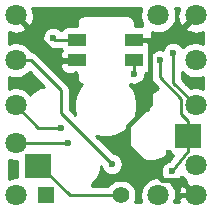
<source format=gbl>
G04 #@! TF.GenerationSoftware,KiCad,Pcbnew,5.1.6-c6e7f7d~87~ubuntu20.04.1*
G04 #@! TF.CreationDate,2020-09-28T10:34:55-03:00*
G04 #@! TF.ProjectId,altana_original,616c7461-6e61-45f6-9f72-6967696e616c,rev?*
G04 #@! TF.SameCoordinates,Original*
G04 #@! TF.FileFunction,Copper,L2,Bot*
G04 #@! TF.FilePolarity,Positive*
%FSLAX46Y46*%
G04 Gerber Fmt 4.6, Leading zero omitted, Abs format (unit mm)*
G04 Created by KiCad (PCBNEW 5.1.6-c6e7f7d~87~ubuntu20.04.1) date 2020-09-28 10:34:55*
%MOMM*%
%LPD*%
G01*
G04 APERTURE LIST*
G04 #@! TA.AperFunction,SMDPad,CuDef*
%ADD10R,2.300000X2.000000*%
G04 #@! TD*
G04 #@! TA.AperFunction,ComponentPad*
%ADD11C,1.800000*%
G04 #@! TD*
G04 #@! TA.AperFunction,ComponentPad*
%ADD12R,1.400000X1.400000*%
G04 #@! TD*
G04 #@! TA.AperFunction,ComponentPad*
%ADD13C,1.400000*%
G04 #@! TD*
G04 #@! TA.AperFunction,SMDPad,CuDef*
%ADD14R,1.600000X1.000000*%
G04 #@! TD*
G04 #@! TA.AperFunction,ViaPad*
%ADD15C,0.600000*%
G04 #@! TD*
G04 #@! TA.AperFunction,Conductor*
%ADD16C,0.250000*%
G04 #@! TD*
G04 #@! TA.AperFunction,Conductor*
%ADD17C,0.400000*%
G04 #@! TD*
G04 #@! TA.AperFunction,Conductor*
%ADD18C,0.254000*%
G04 #@! TD*
G04 APERTURE END LIST*
D10*
X68722000Y-40807000D03*
X81422000Y-38267000D03*
D11*
X78867000Y-43307000D03*
X78867000Y-28067000D03*
D12*
X69342000Y-43307000D03*
D13*
X75692000Y-43307000D03*
D14*
X72022000Y-30127000D03*
X72022000Y-31877000D03*
X76822000Y-31877000D03*
X76822000Y-30127000D03*
D11*
X66802000Y-38862000D03*
X66802000Y-31877000D03*
X82042000Y-40767000D03*
X82042000Y-31877000D03*
X82042000Y-35687000D03*
X66802000Y-35687000D03*
X82042000Y-28067000D03*
X82042000Y-43307000D03*
X66802000Y-43307000D03*
X66802000Y-28067000D03*
D15*
X70612000Y-37592000D03*
X80137000Y-31242000D03*
X69977000Y-29972000D03*
X74939999Y-40649999D03*
X76822000Y-33007000D03*
X71247000Y-38862000D03*
X76962000Y-42037000D03*
X82042000Y-29972000D03*
X79756000Y-39751000D03*
X78151999Y-30207001D03*
X81407000Y-33782000D03*
X78151999Y-33782000D03*
X75692000Y-39497000D03*
X78994000Y-31877000D03*
X80010000Y-41275000D03*
X70612000Y-31877000D03*
X68707000Y-33782000D03*
X66802000Y-41402000D03*
D16*
X66802000Y-35687000D02*
X68707000Y-37592000D01*
X68707000Y-37592000D02*
X70612000Y-37592000D01*
X70612000Y-37592000D02*
X70612000Y-37592000D01*
X82042000Y-35687000D02*
X80137000Y-33782000D01*
X80137000Y-33782000D02*
X80137000Y-31242000D01*
X80137000Y-31242000D02*
X80137000Y-31242000D01*
X74702051Y-43307000D02*
X75692000Y-43307000D01*
X71372000Y-43307000D02*
X74702051Y-43307000D01*
X68872000Y-40807000D02*
X71372000Y-43307000D01*
X68722000Y-40807000D02*
X68872000Y-40807000D01*
X70132000Y-30127000D02*
X69977000Y-29972000D01*
X72022000Y-30127000D02*
X70132000Y-30127000D01*
X68074792Y-31877000D02*
X66802000Y-31877000D01*
X70617001Y-34419209D02*
X68074792Y-31877000D01*
X70617001Y-36327001D02*
X70617001Y-34419209D01*
X74939999Y-40649999D02*
X74939999Y-40649999D01*
X74939999Y-40649999D02*
X70617001Y-36327001D01*
X76822000Y-31877000D02*
X76822000Y-33007000D01*
X76822000Y-33007000D02*
X76822000Y-33007000D01*
X66802000Y-38862000D02*
X71247000Y-38862000D01*
D17*
X79982000Y-30127000D02*
X82042000Y-28067000D01*
X77122000Y-30127000D02*
X76822000Y-30127000D01*
X76327000Y-37408002D02*
X78151999Y-35583003D01*
X76327000Y-39134002D02*
X76327000Y-37408002D01*
X79199997Y-42006999D02*
X76327000Y-39134002D01*
X80741999Y-42006999D02*
X79199997Y-42006999D01*
X82042000Y-43307000D02*
X80741999Y-42006999D01*
X78151999Y-30207001D02*
X78151999Y-30207001D01*
X78151999Y-35583003D02*
X78151999Y-33782000D01*
X76822000Y-30127000D02*
X78232000Y-30127000D01*
X78232000Y-30127000D02*
X79982000Y-30127000D01*
X80769208Y-43307000D02*
X80296990Y-43779218D01*
X82042000Y-43307000D02*
X80769208Y-43307000D01*
X78151999Y-33782000D02*
X78151999Y-30207001D01*
X78151999Y-30207001D02*
X78232000Y-30127000D01*
D16*
X81422000Y-37017000D02*
X81422000Y-38267000D01*
X80816999Y-36411999D02*
X81422000Y-37017000D01*
X80816999Y-35114997D02*
X80816999Y-36411999D01*
X78994000Y-33291998D02*
X80816999Y-35114997D01*
X78994000Y-32385000D02*
X78994000Y-33291998D01*
X81422000Y-39517000D02*
X80010000Y-41275000D01*
X81422000Y-38267000D02*
X81422000Y-39517000D01*
X78994000Y-32385000D02*
X78994000Y-31877000D01*
D17*
X70612000Y-31877000D02*
X70612000Y-31877000D01*
X72022000Y-31877000D02*
X70612000Y-31877000D01*
X70612000Y-31877000D02*
X66802000Y-28067000D01*
X66802000Y-43307000D02*
X66874120Y-43307000D01*
D18*
G36*
X66995748Y-43292858D02*
G01*
X66981605Y-43307000D01*
X66995748Y-43321143D01*
X66816143Y-43500748D01*
X66802000Y-43486605D01*
X66787858Y-43500748D01*
X66608253Y-43321143D01*
X66622395Y-43307000D01*
X66608253Y-43292858D01*
X66787858Y-43113253D01*
X66802000Y-43127395D01*
X66816143Y-43113253D01*
X66995748Y-43292858D01*
G37*
X66995748Y-43292858D02*
X66981605Y-43307000D01*
X66995748Y-43321143D01*
X66816143Y-43500748D01*
X66802000Y-43486605D01*
X66787858Y-43500748D01*
X66608253Y-43321143D01*
X66622395Y-43307000D01*
X66608253Y-43292858D01*
X66787858Y-43113253D01*
X66802000Y-43127395D01*
X66816143Y-43113253D01*
X66995748Y-43292858D01*
G36*
X66354257Y-40338011D02*
G01*
X66650816Y-40397000D01*
X66933928Y-40397000D01*
X66933928Y-41776939D01*
X66735447Y-41766009D01*
X66436093Y-41808603D01*
X66217000Y-41885533D01*
X66217000Y-40281157D01*
X66354257Y-40338011D01*
G37*
X66354257Y-40338011D02*
X66650816Y-40397000D01*
X66933928Y-40397000D01*
X66933928Y-41776939D01*
X66735447Y-41766009D01*
X66436093Y-41808603D01*
X66217000Y-41885533D01*
X66217000Y-40281157D01*
X66354257Y-40338011D01*
G36*
X77390989Y-27619257D02*
G01*
X77332000Y-27915816D01*
X77332000Y-28218184D01*
X77390989Y-28514743D01*
X77470000Y-28705491D01*
X77470000Y-28988928D01*
X76882000Y-28988928D01*
X76882000Y-28786877D01*
X76885435Y-28752000D01*
X76871727Y-28612816D01*
X76831128Y-28478980D01*
X76765200Y-28355637D01*
X76676475Y-28247525D01*
X76568363Y-28158800D01*
X76445020Y-28092872D01*
X76311184Y-28052273D01*
X76206877Y-28042000D01*
X76172000Y-28038565D01*
X76137123Y-28042000D01*
X72706877Y-28042000D01*
X72672000Y-28038565D01*
X72637123Y-28042000D01*
X72532816Y-28052273D01*
X72398980Y-28092872D01*
X72275637Y-28158800D01*
X72167525Y-28247525D01*
X72078800Y-28355637D01*
X72012872Y-28478980D01*
X71972273Y-28612816D01*
X71958565Y-28752000D01*
X71962001Y-28786887D01*
X71962001Y-28988928D01*
X71222000Y-28988928D01*
X71097518Y-29001188D01*
X70977820Y-29037498D01*
X70867506Y-29096463D01*
X70770815Y-29175815D01*
X70691463Y-29272506D01*
X70659533Y-29332243D01*
X70573028Y-29245738D01*
X70419889Y-29143414D01*
X70249729Y-29072932D01*
X70069089Y-29037000D01*
X69884911Y-29037000D01*
X69704271Y-29072932D01*
X69534111Y-29143414D01*
X69380972Y-29245738D01*
X69250738Y-29375972D01*
X69148414Y-29529111D01*
X69077932Y-29699271D01*
X69042000Y-29879911D01*
X69042000Y-30064089D01*
X69077932Y-30244729D01*
X69148414Y-30414889D01*
X69250738Y-30568028D01*
X69380972Y-30698262D01*
X69534111Y-30800586D01*
X69704271Y-30871068D01*
X69884911Y-30907000D01*
X70069089Y-30907000D01*
X70169634Y-30887000D01*
X70640954Y-30887000D01*
X70691463Y-30981494D01*
X70708292Y-31002000D01*
X70691463Y-31022506D01*
X70632498Y-31132820D01*
X70596188Y-31252518D01*
X70583928Y-31377000D01*
X70587000Y-31591250D01*
X70745750Y-31750000D01*
X71895000Y-31750000D01*
X71895000Y-31730000D01*
X71962000Y-31730000D01*
X71962000Y-32024000D01*
X71895000Y-32024000D01*
X71895000Y-32004000D01*
X70745750Y-32004000D01*
X70587000Y-32162750D01*
X70583928Y-32377000D01*
X70596188Y-32501482D01*
X70632498Y-32621180D01*
X70691463Y-32731494D01*
X70770815Y-32828185D01*
X70867506Y-32907537D01*
X70977820Y-32966502D01*
X71097518Y-33002812D01*
X71222000Y-33015072D01*
X71736250Y-33012000D01*
X71894998Y-32853252D01*
X71894998Y-33012000D01*
X71962000Y-33012000D01*
X71962000Y-33217123D01*
X71958565Y-33252000D01*
X71972273Y-33391184D01*
X72012872Y-33525020D01*
X72078800Y-33648363D01*
X72167525Y-33756475D01*
X72263922Y-33835586D01*
X72275637Y-33845200D01*
X72390000Y-33906328D01*
X72390000Y-33921836D01*
X72336424Y-33975412D01*
X72042583Y-34415175D01*
X71840183Y-34903814D01*
X71737000Y-35422551D01*
X71737000Y-35951449D01*
X71840183Y-36470186D01*
X71843857Y-36479056D01*
X71377001Y-36012200D01*
X71377001Y-34456531D01*
X71380677Y-34419208D01*
X71377001Y-34381885D01*
X71377001Y-34381876D01*
X71366004Y-34270223D01*
X71322547Y-34126962D01*
X71251975Y-33994933D01*
X71208534Y-33942000D01*
X71180800Y-33908205D01*
X71180796Y-33908201D01*
X71157002Y-33879208D01*
X71128009Y-33855414D01*
X68638596Y-31366003D01*
X68614793Y-31336999D01*
X68499068Y-31242026D01*
X68367039Y-31171454D01*
X68223778Y-31127997D01*
X68142298Y-31119972D01*
X67994312Y-30898495D01*
X67780505Y-30684688D01*
X67529095Y-30516701D01*
X67249743Y-30400989D01*
X66953184Y-30342000D01*
X66650816Y-30342000D01*
X66354257Y-30400989D01*
X66217000Y-30457843D01*
X66217000Y-29488892D01*
X66273775Y-29516158D01*
X66566642Y-29591365D01*
X66868553Y-29607991D01*
X67167907Y-29565397D01*
X67453199Y-29465222D01*
X67602792Y-29385261D01*
X67686475Y-29131080D01*
X66802000Y-28246605D01*
X66787858Y-28260748D01*
X66608253Y-28081143D01*
X66622395Y-28067000D01*
X66608253Y-28052858D01*
X66787858Y-27873253D01*
X66802000Y-27887395D01*
X66816143Y-27873253D01*
X66995748Y-28052858D01*
X66981605Y-28067000D01*
X67866080Y-28951475D01*
X68120261Y-28867792D01*
X68251158Y-28595225D01*
X68326365Y-28302358D01*
X68342991Y-28000447D01*
X68300397Y-27701093D01*
X68223467Y-27482000D01*
X77447843Y-27482000D01*
X77390989Y-27619257D01*
G37*
X77390989Y-27619257D02*
X77332000Y-27915816D01*
X77332000Y-28218184D01*
X77390989Y-28514743D01*
X77470000Y-28705491D01*
X77470000Y-28988928D01*
X76882000Y-28988928D01*
X76882000Y-28786877D01*
X76885435Y-28752000D01*
X76871727Y-28612816D01*
X76831128Y-28478980D01*
X76765200Y-28355637D01*
X76676475Y-28247525D01*
X76568363Y-28158800D01*
X76445020Y-28092872D01*
X76311184Y-28052273D01*
X76206877Y-28042000D01*
X76172000Y-28038565D01*
X76137123Y-28042000D01*
X72706877Y-28042000D01*
X72672000Y-28038565D01*
X72637123Y-28042000D01*
X72532816Y-28052273D01*
X72398980Y-28092872D01*
X72275637Y-28158800D01*
X72167525Y-28247525D01*
X72078800Y-28355637D01*
X72012872Y-28478980D01*
X71972273Y-28612816D01*
X71958565Y-28752000D01*
X71962001Y-28786887D01*
X71962001Y-28988928D01*
X71222000Y-28988928D01*
X71097518Y-29001188D01*
X70977820Y-29037498D01*
X70867506Y-29096463D01*
X70770815Y-29175815D01*
X70691463Y-29272506D01*
X70659533Y-29332243D01*
X70573028Y-29245738D01*
X70419889Y-29143414D01*
X70249729Y-29072932D01*
X70069089Y-29037000D01*
X69884911Y-29037000D01*
X69704271Y-29072932D01*
X69534111Y-29143414D01*
X69380972Y-29245738D01*
X69250738Y-29375972D01*
X69148414Y-29529111D01*
X69077932Y-29699271D01*
X69042000Y-29879911D01*
X69042000Y-30064089D01*
X69077932Y-30244729D01*
X69148414Y-30414889D01*
X69250738Y-30568028D01*
X69380972Y-30698262D01*
X69534111Y-30800586D01*
X69704271Y-30871068D01*
X69884911Y-30907000D01*
X70069089Y-30907000D01*
X70169634Y-30887000D01*
X70640954Y-30887000D01*
X70691463Y-30981494D01*
X70708292Y-31002000D01*
X70691463Y-31022506D01*
X70632498Y-31132820D01*
X70596188Y-31252518D01*
X70583928Y-31377000D01*
X70587000Y-31591250D01*
X70745750Y-31750000D01*
X71895000Y-31750000D01*
X71895000Y-31730000D01*
X71962000Y-31730000D01*
X71962000Y-32024000D01*
X71895000Y-32024000D01*
X71895000Y-32004000D01*
X70745750Y-32004000D01*
X70587000Y-32162750D01*
X70583928Y-32377000D01*
X70596188Y-32501482D01*
X70632498Y-32621180D01*
X70691463Y-32731494D01*
X70770815Y-32828185D01*
X70867506Y-32907537D01*
X70977820Y-32966502D01*
X71097518Y-33002812D01*
X71222000Y-33015072D01*
X71736250Y-33012000D01*
X71894998Y-32853252D01*
X71894998Y-33012000D01*
X71962000Y-33012000D01*
X71962000Y-33217123D01*
X71958565Y-33252000D01*
X71972273Y-33391184D01*
X72012872Y-33525020D01*
X72078800Y-33648363D01*
X72167525Y-33756475D01*
X72263922Y-33835586D01*
X72275637Y-33845200D01*
X72390000Y-33906328D01*
X72390000Y-33921836D01*
X72336424Y-33975412D01*
X72042583Y-34415175D01*
X71840183Y-34903814D01*
X71737000Y-35422551D01*
X71737000Y-35951449D01*
X71840183Y-36470186D01*
X71843857Y-36479056D01*
X71377001Y-36012200D01*
X71377001Y-34456531D01*
X71380677Y-34419208D01*
X71377001Y-34381885D01*
X71377001Y-34381876D01*
X71366004Y-34270223D01*
X71322547Y-34126962D01*
X71251975Y-33994933D01*
X71208534Y-33942000D01*
X71180800Y-33908205D01*
X71180796Y-33908201D01*
X71157002Y-33879208D01*
X71128009Y-33855414D01*
X68638596Y-31366003D01*
X68614793Y-31336999D01*
X68499068Y-31242026D01*
X68367039Y-31171454D01*
X68223778Y-31127997D01*
X68142298Y-31119972D01*
X67994312Y-30898495D01*
X67780505Y-30684688D01*
X67529095Y-30516701D01*
X67249743Y-30400989D01*
X66953184Y-30342000D01*
X66650816Y-30342000D01*
X66354257Y-30400989D01*
X66217000Y-30457843D01*
X66217000Y-29488892D01*
X66273775Y-29516158D01*
X66566642Y-29591365D01*
X66868553Y-29607991D01*
X67167907Y-29565397D01*
X67453199Y-29465222D01*
X67602792Y-29385261D01*
X67686475Y-29131080D01*
X66802000Y-28246605D01*
X66787858Y-28260748D01*
X66608253Y-28081143D01*
X66622395Y-28067000D01*
X66608253Y-28052858D01*
X66787858Y-27873253D01*
X66802000Y-27887395D01*
X66816143Y-27873253D01*
X66995748Y-28052858D01*
X66981605Y-28067000D01*
X67866080Y-28951475D01*
X68120261Y-28867792D01*
X68251158Y-28595225D01*
X68326365Y-28302358D01*
X68342991Y-28000447D01*
X68300397Y-27701093D01*
X68223467Y-27482000D01*
X77447843Y-27482000D01*
X77390989Y-27619257D01*
G36*
X69224990Y-34102000D02*
G01*
X69185891Y-34102000D01*
X68879673Y-34162911D01*
X68591221Y-34282391D01*
X68331621Y-34455850D01*
X68110850Y-34676621D01*
X68041932Y-34779764D01*
X67994312Y-34708495D01*
X67780505Y-34494688D01*
X67529095Y-34326701D01*
X67249743Y-34210989D01*
X66953184Y-34152000D01*
X66650816Y-34152000D01*
X66354257Y-34210989D01*
X66217000Y-34267843D01*
X66217000Y-33296157D01*
X66354257Y-33353011D01*
X66650816Y-33412000D01*
X66953184Y-33412000D01*
X67249743Y-33353011D01*
X67529095Y-33237299D01*
X67780505Y-33069312D01*
X67986404Y-32863413D01*
X69224990Y-34102000D01*
G37*
X69224990Y-34102000D02*
X69185891Y-34102000D01*
X68879673Y-34162911D01*
X68591221Y-34282391D01*
X68331621Y-34455850D01*
X68110850Y-34676621D01*
X68041932Y-34779764D01*
X67994312Y-34708495D01*
X67780505Y-34494688D01*
X67529095Y-34326701D01*
X67249743Y-34210989D01*
X66953184Y-34152000D01*
X66650816Y-34152000D01*
X66354257Y-34210989D01*
X66217000Y-34267843D01*
X66217000Y-33296157D01*
X66354257Y-33353011D01*
X66650816Y-33412000D01*
X66953184Y-33412000D01*
X67249743Y-33353011D01*
X67529095Y-33237299D01*
X67780505Y-33069312D01*
X67986404Y-32863413D01*
X69224990Y-34102000D01*
G36*
X76097000Y-38016721D02*
G01*
X76097000Y-38437279D01*
X76179047Y-38849756D01*
X76339988Y-39238302D01*
X76573637Y-39587983D01*
X76871017Y-39885363D01*
X77220698Y-40119012D01*
X77609244Y-40279953D01*
X78021721Y-40362000D01*
X78442279Y-40362000D01*
X78854756Y-40279953D01*
X79243302Y-40119012D01*
X79592983Y-39885363D01*
X79793475Y-39684871D01*
X79820815Y-39718185D01*
X79917506Y-39797537D01*
X80027820Y-39856502D01*
X80145786Y-39892287D01*
X79761144Y-40371183D01*
X79737271Y-40375932D01*
X79567111Y-40446414D01*
X79413972Y-40548738D01*
X79283738Y-40678972D01*
X79181414Y-40832111D01*
X79110932Y-41002271D01*
X79075000Y-41182911D01*
X79075000Y-41367089D01*
X79110932Y-41547729D01*
X79181414Y-41717889D01*
X79248132Y-41817739D01*
X79018184Y-41772000D01*
X78715816Y-41772000D01*
X78419257Y-41830989D01*
X78139905Y-41946701D01*
X77888495Y-42114688D01*
X77674688Y-42328495D01*
X77506701Y-42579905D01*
X77390989Y-42859257D01*
X77332000Y-43155816D01*
X77332000Y-43458184D01*
X77390989Y-43754743D01*
X77447843Y-43892000D01*
X76894678Y-43892000D01*
X76975696Y-43696405D01*
X77027000Y-43438486D01*
X77027000Y-43175514D01*
X76975696Y-42917595D01*
X76875061Y-42674641D01*
X76728962Y-42455987D01*
X76543013Y-42270038D01*
X76324359Y-42123939D01*
X76081405Y-42023304D01*
X75823486Y-41972000D01*
X75560514Y-41972000D01*
X75302595Y-42023304D01*
X75059641Y-42123939D01*
X74840987Y-42270038D01*
X74655038Y-42455987D01*
X74594225Y-42547000D01*
X73279000Y-42547000D01*
X73279000Y-42389346D01*
X73540363Y-42127983D01*
X73774012Y-41778302D01*
X73934953Y-41389756D01*
X74017000Y-40977279D01*
X74017000Y-40802420D01*
X74040931Y-40922728D01*
X74111413Y-41092888D01*
X74213737Y-41246027D01*
X74343971Y-41376261D01*
X74497110Y-41478585D01*
X74667270Y-41549067D01*
X74847910Y-41584999D01*
X75032088Y-41584999D01*
X75212728Y-41549067D01*
X75382888Y-41478585D01*
X75536027Y-41376261D01*
X75666261Y-41246027D01*
X75768585Y-41092888D01*
X75839067Y-40922728D01*
X75874999Y-40742088D01*
X75874999Y-40557910D01*
X75839067Y-40377270D01*
X75768585Y-40207110D01*
X75666261Y-40053971D01*
X75536027Y-39923737D01*
X75382888Y-39821413D01*
X75212728Y-39750931D01*
X75091649Y-39726847D01*
X73629946Y-38265144D01*
X73638814Y-38268817D01*
X74157551Y-38372000D01*
X74686449Y-38372000D01*
X75205186Y-38268817D01*
X75693825Y-38066417D01*
X76133588Y-37772576D01*
X76148537Y-37757627D01*
X76097000Y-38016721D01*
G37*
X76097000Y-38016721D02*
X76097000Y-38437279D01*
X76179047Y-38849756D01*
X76339988Y-39238302D01*
X76573637Y-39587983D01*
X76871017Y-39885363D01*
X77220698Y-40119012D01*
X77609244Y-40279953D01*
X78021721Y-40362000D01*
X78442279Y-40362000D01*
X78854756Y-40279953D01*
X79243302Y-40119012D01*
X79592983Y-39885363D01*
X79793475Y-39684871D01*
X79820815Y-39718185D01*
X79917506Y-39797537D01*
X80027820Y-39856502D01*
X80145786Y-39892287D01*
X79761144Y-40371183D01*
X79737271Y-40375932D01*
X79567111Y-40446414D01*
X79413972Y-40548738D01*
X79283738Y-40678972D01*
X79181414Y-40832111D01*
X79110932Y-41002271D01*
X79075000Y-41182911D01*
X79075000Y-41367089D01*
X79110932Y-41547729D01*
X79181414Y-41717889D01*
X79248132Y-41817739D01*
X79018184Y-41772000D01*
X78715816Y-41772000D01*
X78419257Y-41830989D01*
X78139905Y-41946701D01*
X77888495Y-42114688D01*
X77674688Y-42328495D01*
X77506701Y-42579905D01*
X77390989Y-42859257D01*
X77332000Y-43155816D01*
X77332000Y-43458184D01*
X77390989Y-43754743D01*
X77447843Y-43892000D01*
X76894678Y-43892000D01*
X76975696Y-43696405D01*
X77027000Y-43438486D01*
X77027000Y-43175514D01*
X76975696Y-42917595D01*
X76875061Y-42674641D01*
X76728962Y-42455987D01*
X76543013Y-42270038D01*
X76324359Y-42123939D01*
X76081405Y-42023304D01*
X75823486Y-41972000D01*
X75560514Y-41972000D01*
X75302595Y-42023304D01*
X75059641Y-42123939D01*
X74840987Y-42270038D01*
X74655038Y-42455987D01*
X74594225Y-42547000D01*
X73279000Y-42547000D01*
X73279000Y-42389346D01*
X73540363Y-42127983D01*
X73774012Y-41778302D01*
X73934953Y-41389756D01*
X74017000Y-40977279D01*
X74017000Y-40802420D01*
X74040931Y-40922728D01*
X74111413Y-41092888D01*
X74213737Y-41246027D01*
X74343971Y-41376261D01*
X74497110Y-41478585D01*
X74667270Y-41549067D01*
X74847910Y-41584999D01*
X75032088Y-41584999D01*
X75212728Y-41549067D01*
X75382888Y-41478585D01*
X75536027Y-41376261D01*
X75666261Y-41246027D01*
X75768585Y-41092888D01*
X75839067Y-40922728D01*
X75874999Y-40742088D01*
X75874999Y-40557910D01*
X75839067Y-40377270D01*
X75768585Y-40207110D01*
X75666261Y-40053971D01*
X75536027Y-39923737D01*
X75382888Y-39821413D01*
X75212728Y-39750931D01*
X75091649Y-39726847D01*
X73629946Y-38265144D01*
X73638814Y-38268817D01*
X74157551Y-38372000D01*
X74686449Y-38372000D01*
X75205186Y-38268817D01*
X75693825Y-38066417D01*
X76133588Y-37772576D01*
X76148537Y-37757627D01*
X76097000Y-38016721D01*
G36*
X80849688Y-41745505D02*
G01*
X81063495Y-41959312D01*
X81217105Y-42061951D01*
X81157525Y-42242920D01*
X82042000Y-43127395D01*
X82056143Y-43113253D01*
X82235748Y-43292858D01*
X82221605Y-43307000D01*
X82235748Y-43321143D01*
X82056143Y-43500748D01*
X82042000Y-43486605D01*
X82027858Y-43500748D01*
X81848253Y-43321143D01*
X81862395Y-43307000D01*
X80977920Y-42422525D01*
X80723739Y-42506208D01*
X80592842Y-42778775D01*
X80517635Y-43071642D01*
X80501009Y-43373553D01*
X80543603Y-43672907D01*
X80620533Y-43892000D01*
X80286157Y-43892000D01*
X80343011Y-43754743D01*
X80402000Y-43458184D01*
X80402000Y-43155816D01*
X80343011Y-42859257D01*
X80227299Y-42579905D01*
X80059312Y-42328495D01*
X79940817Y-42210000D01*
X80102089Y-42210000D01*
X80282729Y-42174068D01*
X80452889Y-42103586D01*
X80606028Y-42001262D01*
X80736262Y-41871028D01*
X80834911Y-41723389D01*
X80849688Y-41745505D01*
G37*
X80849688Y-41745505D02*
X81063495Y-41959312D01*
X81217105Y-42061951D01*
X81157525Y-42242920D01*
X82042000Y-43127395D01*
X82056143Y-43113253D01*
X82235748Y-43292858D01*
X82221605Y-43307000D01*
X82235748Y-43321143D01*
X82056143Y-43500748D01*
X82042000Y-43486605D01*
X82027858Y-43500748D01*
X81848253Y-43321143D01*
X81862395Y-43307000D01*
X80977920Y-42422525D01*
X80723739Y-42506208D01*
X80592842Y-42778775D01*
X80517635Y-43071642D01*
X80501009Y-43373553D01*
X80543603Y-43672907D01*
X80620533Y-43892000D01*
X80286157Y-43892000D01*
X80343011Y-43754743D01*
X80402000Y-43458184D01*
X80402000Y-43155816D01*
X80343011Y-42859257D01*
X80227299Y-42579905D01*
X80059312Y-42328495D01*
X79940817Y-42210000D01*
X80102089Y-42210000D01*
X80282729Y-42174068D01*
X80452889Y-42103586D01*
X80606028Y-42001262D01*
X80736262Y-41871028D01*
X80834911Y-41723389D01*
X80849688Y-41745505D01*
G36*
X78234000Y-33254676D02*
G01*
X78230324Y-33291998D01*
X78234000Y-33329320D01*
X78234000Y-33329331D01*
X78240093Y-33391183D01*
X78244998Y-33440983D01*
X78288454Y-33584244D01*
X78359026Y-33716274D01*
X78403674Y-33770677D01*
X78454000Y-33831999D01*
X78482998Y-33855797D01*
X78863206Y-34236005D01*
X78751221Y-34282391D01*
X78491621Y-34455850D01*
X78270850Y-34676621D01*
X78097391Y-34936221D01*
X77977911Y-35224673D01*
X77917000Y-35530891D01*
X77917000Y-35843109D01*
X77968609Y-36102565D01*
X77609244Y-36174047D01*
X77220698Y-36334988D01*
X76998252Y-36483622D01*
X77003817Y-36470186D01*
X77107000Y-35951449D01*
X77107000Y-35422551D01*
X77003817Y-34903814D01*
X76801417Y-34415175D01*
X76507576Y-33975412D01*
X76454000Y-33921836D01*
X76454000Y-33906328D01*
X76495869Y-33883949D01*
X76549271Y-33906068D01*
X76729911Y-33942000D01*
X76914089Y-33942000D01*
X77094729Y-33906068D01*
X77264889Y-33835586D01*
X77418028Y-33733262D01*
X77548262Y-33603028D01*
X77650586Y-33449889D01*
X77721068Y-33279729D01*
X77757000Y-33099089D01*
X77757000Y-32999621D01*
X77866180Y-32966502D01*
X77976494Y-32907537D01*
X78073185Y-32828185D01*
X78152537Y-32731494D01*
X78211502Y-32621180D01*
X78234000Y-32547014D01*
X78234000Y-33254676D01*
G37*
X78234000Y-33254676D02*
X78230324Y-33291998D01*
X78234000Y-33329320D01*
X78234000Y-33329331D01*
X78240093Y-33391183D01*
X78244998Y-33440983D01*
X78288454Y-33584244D01*
X78359026Y-33716274D01*
X78403674Y-33770677D01*
X78454000Y-33831999D01*
X78482998Y-33855797D01*
X78863206Y-34236005D01*
X78751221Y-34282391D01*
X78491621Y-34455850D01*
X78270850Y-34676621D01*
X78097391Y-34936221D01*
X77977911Y-35224673D01*
X77917000Y-35530891D01*
X77917000Y-35843109D01*
X77968609Y-36102565D01*
X77609244Y-36174047D01*
X77220698Y-36334988D01*
X76998252Y-36483622D01*
X77003817Y-36470186D01*
X77107000Y-35951449D01*
X77107000Y-35422551D01*
X77003817Y-34903814D01*
X76801417Y-34415175D01*
X76507576Y-33975412D01*
X76454000Y-33921836D01*
X76454000Y-33906328D01*
X76495869Y-33883949D01*
X76549271Y-33906068D01*
X76729911Y-33942000D01*
X76914089Y-33942000D01*
X77094729Y-33906068D01*
X77264889Y-33835586D01*
X77418028Y-33733262D01*
X77548262Y-33603028D01*
X77650586Y-33449889D01*
X77721068Y-33279729D01*
X77757000Y-33099089D01*
X77757000Y-32999621D01*
X77866180Y-32966502D01*
X77976494Y-32907537D01*
X78073185Y-32828185D01*
X78152537Y-32731494D01*
X78211502Y-32621180D01*
X78234000Y-32547014D01*
X78234000Y-33254676D01*
G36*
X81063495Y-33069312D02*
G01*
X81314905Y-33237299D01*
X81594257Y-33353011D01*
X81890816Y-33412000D01*
X82193184Y-33412000D01*
X82489743Y-33353011D01*
X82627000Y-33296157D01*
X82627000Y-34267843D01*
X82489743Y-34210989D01*
X82193184Y-34152000D01*
X81890816Y-34152000D01*
X81633070Y-34203269D01*
X80897000Y-33467199D01*
X80897000Y-32902817D01*
X81063495Y-33069312D01*
G37*
X81063495Y-33069312D02*
X81314905Y-33237299D01*
X81594257Y-33353011D01*
X81890816Y-33412000D01*
X82193184Y-33412000D01*
X82489743Y-33353011D01*
X82627000Y-33296157D01*
X82627000Y-34267843D01*
X82489743Y-34210989D01*
X82193184Y-34152000D01*
X81890816Y-34152000D01*
X81633070Y-34203269D01*
X80897000Y-33467199D01*
X80897000Y-32902817D01*
X81063495Y-33069312D01*
G36*
X80592842Y-27538775D02*
G01*
X80517635Y-27831642D01*
X80501009Y-28133553D01*
X80543603Y-28432907D01*
X80643778Y-28718199D01*
X80723739Y-28867792D01*
X80977920Y-28951475D01*
X81862395Y-28067000D01*
X81848253Y-28052858D01*
X82027858Y-27873253D01*
X82042000Y-27887395D01*
X82056143Y-27873253D01*
X82235748Y-28052858D01*
X82221605Y-28067000D01*
X82235748Y-28081143D01*
X82056143Y-28260748D01*
X82042000Y-28246605D01*
X81157525Y-29131080D01*
X81241208Y-29385261D01*
X81513775Y-29516158D01*
X81806642Y-29591365D01*
X82108553Y-29607991D01*
X82407907Y-29565397D01*
X82627000Y-29488467D01*
X82627000Y-30457843D01*
X82489743Y-30400989D01*
X82193184Y-30342000D01*
X81890816Y-30342000D01*
X81594257Y-30400989D01*
X81314905Y-30516701D01*
X81063495Y-30684688D01*
X80958971Y-30789212D01*
X80863262Y-30645972D01*
X80733028Y-30515738D01*
X80579889Y-30413414D01*
X80409729Y-30342932D01*
X80229089Y-30307000D01*
X80044911Y-30307000D01*
X79864271Y-30342932D01*
X79694111Y-30413414D01*
X79540972Y-30515738D01*
X79410738Y-30645972D01*
X79308414Y-30799111D01*
X79237932Y-30969271D01*
X79237371Y-30972092D01*
X79086089Y-30942000D01*
X78901911Y-30942000D01*
X78721271Y-30977932D01*
X78551111Y-31048414D01*
X78397972Y-31150738D01*
X78267738Y-31280972D01*
X78252814Y-31303307D01*
X78247812Y-31252518D01*
X78211502Y-31132820D01*
X78152537Y-31022506D01*
X78135708Y-31002000D01*
X78152537Y-30981494D01*
X78211502Y-30871180D01*
X78247812Y-30751482D01*
X78260072Y-30627000D01*
X78257000Y-30412750D01*
X78098250Y-30254000D01*
X76949000Y-30254000D01*
X76949000Y-30274000D01*
X76882000Y-30274000D01*
X76882000Y-30099000D01*
X78232000Y-30099000D01*
X78256776Y-30096560D01*
X78280601Y-30089333D01*
X78302557Y-30077597D01*
X78321803Y-30061803D01*
X78337597Y-30042557D01*
X78349333Y-30020601D01*
X78356560Y-29996776D01*
X78359000Y-29972000D01*
X78359000Y-29518051D01*
X78419257Y-29543011D01*
X78715816Y-29602000D01*
X79018184Y-29602000D01*
X79314743Y-29543011D01*
X79594095Y-29427299D01*
X79845505Y-29259312D01*
X80059312Y-29045505D01*
X80227299Y-28794095D01*
X80343011Y-28514743D01*
X80402000Y-28218184D01*
X80402000Y-27915816D01*
X80343011Y-27619257D01*
X80286157Y-27482000D01*
X80620108Y-27482000D01*
X80592842Y-27538775D01*
G37*
X80592842Y-27538775D02*
X80517635Y-27831642D01*
X80501009Y-28133553D01*
X80543603Y-28432907D01*
X80643778Y-28718199D01*
X80723739Y-28867792D01*
X80977920Y-28951475D01*
X81862395Y-28067000D01*
X81848253Y-28052858D01*
X82027858Y-27873253D01*
X82042000Y-27887395D01*
X82056143Y-27873253D01*
X82235748Y-28052858D01*
X82221605Y-28067000D01*
X82235748Y-28081143D01*
X82056143Y-28260748D01*
X82042000Y-28246605D01*
X81157525Y-29131080D01*
X81241208Y-29385261D01*
X81513775Y-29516158D01*
X81806642Y-29591365D01*
X82108553Y-29607991D01*
X82407907Y-29565397D01*
X82627000Y-29488467D01*
X82627000Y-30457843D01*
X82489743Y-30400989D01*
X82193184Y-30342000D01*
X81890816Y-30342000D01*
X81594257Y-30400989D01*
X81314905Y-30516701D01*
X81063495Y-30684688D01*
X80958971Y-30789212D01*
X80863262Y-30645972D01*
X80733028Y-30515738D01*
X80579889Y-30413414D01*
X80409729Y-30342932D01*
X80229089Y-30307000D01*
X80044911Y-30307000D01*
X79864271Y-30342932D01*
X79694111Y-30413414D01*
X79540972Y-30515738D01*
X79410738Y-30645972D01*
X79308414Y-30799111D01*
X79237932Y-30969271D01*
X79237371Y-30972092D01*
X79086089Y-30942000D01*
X78901911Y-30942000D01*
X78721271Y-30977932D01*
X78551111Y-31048414D01*
X78397972Y-31150738D01*
X78267738Y-31280972D01*
X78252814Y-31303307D01*
X78247812Y-31252518D01*
X78211502Y-31132820D01*
X78152537Y-31022506D01*
X78135708Y-31002000D01*
X78152537Y-30981494D01*
X78211502Y-30871180D01*
X78247812Y-30751482D01*
X78260072Y-30627000D01*
X78257000Y-30412750D01*
X78098250Y-30254000D01*
X76949000Y-30254000D01*
X76949000Y-30274000D01*
X76882000Y-30274000D01*
X76882000Y-30099000D01*
X78232000Y-30099000D01*
X78256776Y-30096560D01*
X78280601Y-30089333D01*
X78302557Y-30077597D01*
X78321803Y-30061803D01*
X78337597Y-30042557D01*
X78349333Y-30020601D01*
X78356560Y-29996776D01*
X78359000Y-29972000D01*
X78359000Y-29518051D01*
X78419257Y-29543011D01*
X78715816Y-29602000D01*
X79018184Y-29602000D01*
X79314743Y-29543011D01*
X79594095Y-29427299D01*
X79845505Y-29259312D01*
X80059312Y-29045505D01*
X80227299Y-28794095D01*
X80343011Y-28514743D01*
X80402000Y-28218184D01*
X80402000Y-27915816D01*
X80343011Y-27619257D01*
X80286157Y-27482000D01*
X80620108Y-27482000D01*
X80592842Y-27538775D01*
M02*

</source>
